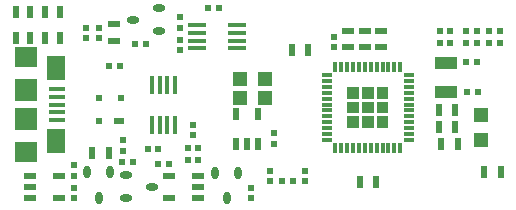
<source format=gbp>
G04 ================== begin FILE IDENTIFICATION RECORD ==================*
G04 Layout Name:  transponderRC2_4-11.brd*
G04 Film Name:    Solderpaste_bot*
G04 File Format:  Gerber RS274X*
G04 File Origin:  Cadence Allegro 17.2-S042*
G04 Origin Date:  Thu Jan 24 18:04:02 2019*
G04 *
G04 Layer:  PACKAGE GEOMETRY/PASTEMASK_BOTTOM*
G04 Layer:  PIN/PASTEMASK_BOTTOM*
G04 Layer:  VIA CLASS/PASTEMASK_BOTTOM*
G04 *
G04 Offset:    (0.0000 0.0000)*
G04 Mirror:    No*
G04 Mode:      Positive*
G04 Rotation:  0*
G04 FullContactRelief:  No*
G04 UndefLineWidth:     0.1500*
G04 ================== end FILE IDENTIFICATION RECORD ====================*
%FSAX55Y55*MOMM*%
%IR0*IPPOS*OFA0.00000B0.00000*MIA0B0*SFA1.00000B1.00000*%
%ADD18O,.6X1.1*%
%ADD17O,1.1X.6*%
%ADD22R,1.X.6*%
%ADD19R,.6X1.*%
%ADD16R,1.35X.4*%
%ADD23R,.3X1.55*%
%ADD24R,1.55X.3*%
%ADD13R,.55X1.05*%
%ADD14R,.6X.6*%
%ADD10R,1.0922X.6096*%
%ADD25R,.6096X1.0922*%
%ADD15R,1.6X2.1*%
%ADD29R,1.9X1.1*%
%ADD21R,.5X.6*%
%ADD11R,1.9X1.8*%
%ADD12R,1.9X1.9*%
%ADD28R,.3X.85*%
%ADD20R,.9X.6*%
%ADD27R,.85X.3*%
%ADD26R,1.3X1.3*%
G75*
%LPD*%
G75*
G36*
G01X-0001355000Y0000700000D02*
X-0001355000Y0000800000D01*
X-0001255000Y0000800000D01*
X-0001255000Y0000700000D01*
X-0001355000Y0000700000D01*
G37*
G36*
G01X-0001480000Y0000700000D02*
X-0001480000Y0000800000D01*
X-0001380000Y0000800000D01*
X-0001380000Y0000700000D01*
X-0001480000Y0000700000D01*
G37*
G36*
G01X-0001480000Y0000825000D02*
X-0001480000Y0000925000D01*
X-0001380000Y0000925000D01*
X-0001380000Y0000825000D01*
X-0001480000Y0000825000D01*
G37*
G36*
G01X-0001355000Y0000825000D02*
X-0001355000Y0000925000D01*
X-0001255000Y0000925000D01*
X-0001255000Y0000825000D01*
X-0001355000Y0000825000D01*
G37*
G36*
G01X-0001480000Y0000950000D02*
X-0001480000Y0001050000D01*
X-0001380000Y0001050000D01*
X-0001380000Y0000950000D01*
X-0001480000Y0000950000D01*
G37*
G36*
G01X-0001355000Y0000950000D02*
X-0001355000Y0001050000D01*
X-0001255000Y0001050000D01*
X-0001255000Y0000950000D01*
X-0001355000Y0000950000D01*
G37*
G36*
G01X-0001230000Y0000700000D02*
X-0001230000Y0000800000D01*
X-0001130000Y0000800000D01*
X-0001130000Y0000700000D01*
X-0001230000Y0000700000D01*
G37*
G36*
G01X-0001230000Y0000825000D02*
X-0001230000Y0000925000D01*
X-0001130000Y0000925000D01*
X-0001130000Y0000825000D01*
X-0001230000Y0000825000D01*
G37*
G36*
G01X-0001230000Y0000950000D02*
X-0001230000Y0001050000D01*
X-0001130000Y0001050000D01*
X-0001130000Y0000950000D01*
X-0001230000Y0000950000D01*
G37*
G54D10*
X-0004165000Y0000105000D03*
X-0004165000Y0000198980D03*
X-0004165000Y0000292960D03*
X-0003916080Y0000105000D03*
X-0003916080Y0000292960D03*
X-0002988920Y0000107040D03*
X-0002988920Y0000295000D03*
X-0002740000Y0000107040D03*
X-0002740000Y0000295000D03*
X-0002740000Y0000201020D03*
G54D20*
X-0003415000Y0000760000D03*
G54D11*
X-0004200000Y0000500000D03*
X-0004200000Y0001300000D03*
G54D12*
X-0004200000Y0000780000D03*
X-0004200000Y0001020000D03*
G54D21*
X-0003585000Y0000760000D03*
X-0003585000Y0000960000D03*
X-0003395000Y0000960000D03*
G54D13*
X-0004287500Y0001467500D03*
X-0004162500Y0001467500D03*
X-0004037500Y0001467500D03*
X-0004037500Y0001682500D03*
X-0004162500Y0001682500D03*
X-0004287500Y0001682500D03*
X-0003912500Y0001467500D03*
X-0003912500Y0001682500D03*
G54D22*
X-0003450000Y0001440000D03*
X-0003450000Y0001580000D03*
X-0001330000Y0001525000D03*
X-0001330000Y0001385000D03*
X-0001470000Y0001525000D03*
X-0001470000Y0001385000D03*
X-0001190000Y0001525000D03*
X-0001190000Y0001385000D03*
G54D14*
X-0003790000Y0000195000D03*
X-0003790000Y0000105000D03*
X-0003790000Y0000295000D03*
X-0003790000Y0000385000D03*
X-0003690000Y0001550000D03*
X-0003690000Y0001460000D03*
X-0003380000Y0000510000D03*
X-0003385000Y0000410000D03*
X-0003380000Y0000600000D03*
X-0003580000Y0001550000D03*
X-0003580000Y0001460000D03*
X-0003405000Y0001230000D03*
X-0003495000Y0001230000D03*
X-0003080000Y0000400000D03*
X-0003295000Y0000410000D03*
X-0003080000Y0000525000D03*
X-0003170000Y0000525000D03*
X-0003185000Y0001415000D03*
X-0003275000Y0001415000D03*
X-0002990000Y0000400000D03*
X-0002830000Y0000435000D03*
X-0002740000Y0000435000D03*
X-0002740000Y0000535000D03*
X-0002830000Y0000535000D03*
X-0002785000Y0000730000D03*
X-0002785000Y0000640000D03*
X-0002895000Y0001550000D03*
X-0002895000Y0001450000D03*
X-0002895000Y0001360000D03*
X-0002895000Y0001640000D03*
X-0002655000Y0001715000D03*
X-0002565000Y0001715000D03*
X-0002295000Y0000195000D03*
X-0002295000Y0000105000D03*
X-0002030000Y0000250000D03*
X-0002135000Y0000250000D03*
X-0002135000Y0000340000D03*
X-0002100000Y0000660000D03*
X-0002100000Y0000570000D03*
X-0001840000Y0000340000D03*
X-0001840000Y0000250000D03*
X-0001940000Y0000250000D03*
X-0001590000Y0001385000D03*
X-0001590000Y0001475000D03*
X-0000605000Y0001425000D03*
X-0000695000Y0001425000D03*
X-0000695000Y0001525000D03*
X-0000605000Y0001525000D03*
X-0000465000Y0001005000D03*
X-0000375000Y0001005000D03*
X-0000470000Y0001260000D03*
X-0000380000Y0001260000D03*
X-0000380000Y0001425000D03*
X-0000470000Y0001425000D03*
X-0000470000Y0001525000D03*
X-0000380000Y0001525000D03*
X-0000280000Y0001425000D03*
X-0000280000Y0001525000D03*
X-0000190000Y0001425000D03*
X-0000190000Y0001525000D03*
G54D23*
X-0003132500Y0000730000D03*
X-0003067500Y0000730000D03*
X-0003067500Y0001070000D03*
X-0003132500Y0001070000D03*
X-0003002500Y0000730000D03*
X-0002937500Y0000730000D03*
X-0002937500Y0001070000D03*
X-0003002500Y0001070000D03*
G54D15*
X-0003945000Y0000590000D03*
X-0003945000Y0001210000D03*
G54D24*
X-0002750000Y0001507500D03*
X-0002750000Y0001442500D03*
X-0002750000Y0001377500D03*
X-0002750000Y0001572500D03*
X-0002410000Y0001377500D03*
X-0002410000Y0001442500D03*
X-0002410000Y0001507500D03*
X-0002410000Y0001572500D03*
G54D25*
X-0002328980Y0000570000D03*
X-0002422960Y0000570000D03*
X-0002422960Y0000818920D03*
X-0002235000Y0000570000D03*
X-0002235000Y0000818920D03*
G54D16*
X-0003932500Y0000770000D03*
X-0003932500Y0000835000D03*
X-0003932500Y0001030000D03*
X-0003932500Y0000965000D03*
X-0003932500Y0000900000D03*
G54D26*
X-0002386680Y0001115000D03*
X-0002386680Y0000955000D03*
X-0002173320Y0001115000D03*
X-0002173320Y0000955000D03*
X-0000350000Y0000811680D03*
X-0000350000Y0000598320D03*
G54D17*
X-0003355000Y0000110000D03*
X-0003355000Y0000300000D03*
X-0003135000Y0000205000D03*
X-0003070000Y0001525000D03*
X-0003070000Y0001715000D03*
X-0003290000Y0001620000D03*
G54D27*
X-0001650000Y0000850000D03*
X-0001650000Y0000800000D03*
X-0001650000Y0000750000D03*
X-0001650000Y0000700000D03*
X-0001650000Y0000650000D03*
X-0001650000Y0000600000D03*
X-0001650000Y0001150000D03*
X-0001650000Y0001100000D03*
X-0001650000Y0001050000D03*
X-0001650000Y0001000000D03*
X-0001650000Y0000950000D03*
X-0001650000Y0000900000D03*
X-0000960000Y0000600000D03*
X-0000960000Y0000650000D03*
X-0000960000Y0000700000D03*
X-0000960000Y0000750000D03*
X-0000960000Y0000800000D03*
X-0000960000Y0000850000D03*
X-0000960000Y0000900000D03*
X-0000960000Y0000950000D03*
X-0000960000Y0001000000D03*
X-0000960000Y0001050000D03*
X-0000960000Y0001100000D03*
X-0000960000Y0001150000D03*
G54D18*
X-0003585000Y0000110000D03*
X-0003680000Y0000330000D03*
X-0003490000Y0000330000D03*
X-0002500000Y0000105000D03*
X-0002595000Y0000325000D03*
X-0002405000Y0000325000D03*
G54D28*
X-0001580000Y0000530000D03*
X-0001530000Y0000530000D03*
X-0001480000Y0000530000D03*
X-0001430000Y0000530000D03*
X-0001380000Y0000530000D03*
X-0001330000Y0000530000D03*
X-0001330000Y0001220000D03*
X-0001380000Y0001220000D03*
X-0001430000Y0001220000D03*
X-0001480000Y0001220000D03*
X-0001530000Y0001220000D03*
X-0001580000Y0001220000D03*
X-0001280000Y0000530000D03*
X-0001230000Y0000530000D03*
X-0001180000Y0000530000D03*
X-0001130000Y0000530000D03*
X-0001080000Y0000530000D03*
X-0001030000Y0000530000D03*
X-0001030000Y0001220000D03*
X-0001080000Y0001220000D03*
X-0001130000Y0001220000D03*
X-0001180000Y0001220000D03*
X-0001230000Y0001220000D03*
X-0001280000Y0001220000D03*
G54D19*
X-0003640000Y0000490000D03*
X-0003500000Y0000490000D03*
X-0001950000Y0001360000D03*
X-0001810000Y0001360000D03*
X-0001375000Y0000245000D03*
X-0001235000Y0000245000D03*
X-0000705000Y0000850000D03*
X-0000705000Y0000710000D03*
X-0000685000Y0000570000D03*
X-0000320000Y0000330000D03*
X-0000565000Y0000850000D03*
X-0000565000Y0000710000D03*
X-0000545000Y0000570000D03*
X-0000180000Y0000330000D03*
G54D29*
X-0000645000Y0001005000D03*
X-0000645000Y0001255000D03*
M02*

</source>
